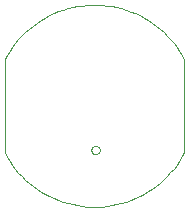
<source format=gko>
G75*
G70*
%OFA0B0*%
%FSLAX24Y24*%
%IPPOS*%
%LPD*%
%AMOC8*
5,1,8,0,0,1.08239X$1,22.5*
%
%ADD10C,0.0000*%
%ADD11C,0.0010*%
D10*
X004803Y004020D02*
X004805Y004043D01*
X004811Y004066D01*
X004821Y004087D01*
X004834Y004107D01*
X004850Y004124D01*
X004869Y004138D01*
X004890Y004148D01*
X004912Y004155D01*
X004935Y004158D01*
X004959Y004157D01*
X004981Y004152D01*
X005003Y004143D01*
X005023Y004131D01*
X005041Y004115D01*
X005055Y004097D01*
X005067Y004077D01*
X005075Y004055D01*
X005079Y004032D01*
X005079Y004008D01*
X005075Y003985D01*
X005067Y003963D01*
X005055Y003943D01*
X005041Y003925D01*
X005023Y003909D01*
X005003Y003897D01*
X004981Y003888D01*
X004959Y003883D01*
X004935Y003882D01*
X004912Y003885D01*
X004890Y003892D01*
X004869Y003902D01*
X004850Y003916D01*
X004834Y003933D01*
X004821Y003953D01*
X004811Y003974D01*
X004805Y003997D01*
X004803Y004020D01*
D11*
X001911Y003945D02*
X001911Y007045D01*
X001911Y003944D02*
X001990Y003801D01*
X002076Y003662D01*
X002168Y003527D01*
X002267Y003396D01*
X002372Y003271D01*
X002484Y003150D01*
X002600Y003036D01*
X002723Y002927D01*
X002850Y002824D01*
X002982Y002728D01*
X003119Y002638D01*
X003260Y002555D01*
X003405Y002478D01*
X003554Y002409D01*
X003705Y002347D01*
X003860Y002293D01*
X004017Y002246D01*
X004176Y002207D01*
X004336Y002176D01*
X004498Y002152D01*
X004661Y002137D01*
X004825Y002129D01*
X004988Y002129D01*
X005152Y002137D01*
X005315Y002154D01*
X005477Y002178D01*
X005637Y002209D01*
X005796Y002249D01*
X005953Y002296D01*
X006107Y002351D01*
X006259Y002414D01*
X006407Y002483D01*
X006552Y002560D01*
X006692Y002644D01*
X006829Y002734D01*
X006961Y002831D01*
X007088Y002934D01*
X007210Y003043D01*
X007326Y003159D01*
X007437Y003279D01*
X007542Y003405D01*
X007640Y003536D01*
X007732Y003671D01*
X007818Y003811D01*
X007896Y003954D01*
X007891Y003955D02*
X007891Y007035D01*
X007896Y007035D02*
X007818Y007178D01*
X007732Y007318D01*
X007640Y007453D01*
X007542Y007584D01*
X007437Y007710D01*
X007326Y007830D01*
X007210Y007946D01*
X007088Y008055D01*
X006961Y008158D01*
X006829Y008255D01*
X006692Y008345D01*
X006552Y008429D01*
X006407Y008506D01*
X006259Y008575D01*
X006107Y008638D01*
X005953Y008693D01*
X005796Y008740D01*
X005637Y008780D01*
X005477Y008811D01*
X005315Y008835D01*
X005152Y008852D01*
X004988Y008860D01*
X004825Y008860D01*
X004661Y008852D01*
X004498Y008837D01*
X004336Y008813D01*
X004176Y008782D01*
X004017Y008743D01*
X003860Y008696D01*
X003705Y008642D01*
X003554Y008580D01*
X003405Y008511D01*
X003260Y008434D01*
X003119Y008351D01*
X002982Y008261D01*
X002850Y008165D01*
X002723Y008062D01*
X002600Y007953D01*
X002484Y007839D01*
X002372Y007718D01*
X002267Y007593D01*
X002168Y007462D01*
X002076Y007327D01*
X001990Y007188D01*
X001911Y007045D01*
M02*

</source>
